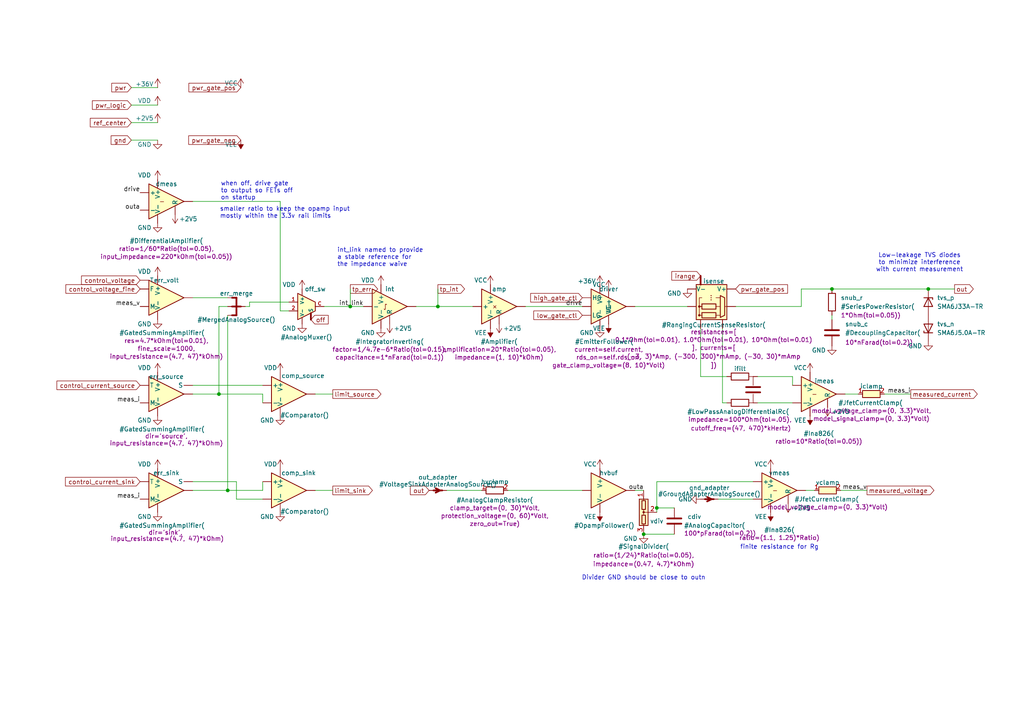
<source format=kicad_sch>
(kicad_sch (version 20231120) (generator "eeschema") (generator_version "8.0")
  (paper "A4")
  (lib_symbols
    (symbol "D_Zener_1" (pin_numbers hide) (pin_names (offset 1.016) hide)
      (property "Reference" "D" (at 0 2.54 0))
      (property "Value" "D_Zener" (at 0 -2.54 0))
      (symbol "D_Zener_1_0_1"
        (polyline (pts (xy 1.27 0) (xy -1.27 0)))
        (polyline (pts (xy -1.27 -1.27) (xy -1.27 1.27) (xy -0.762 1.27)) (stroke (width 0.254)))
        (polyline (pts (xy 1.27 -1.27) (xy 1.27 1.27) (xy -1.27 0) (xy 1.27 -1.27)) (stroke (width 0.254)))
      )
      (symbol "D_Zener_1_1_1"
        (pin passive line (at -3.81 0 0) (length 2.54) (name "K") (number "1"))
        (pin passive line (at 3.81 0 180) (length 2.54) (name "A") (number "2"))
      )
    )
    (symbol "Device:C" (pin_numbers hide) (pin_names (offset 0.254))
      (property "Reference" "C" (at 0.635 2.54 0))
      (property "Value" "C" (at 0.635 -2.54 0))
      (symbol "C_0_1"
        (polyline (pts (xy -2.032 -0.762) (xy 2.032 -0.762)) (stroke (width 0.508)))
        (polyline (pts (xy -2.032 0.762) (xy 2.032 0.762)) (stroke (width 0.508)))
      )
      (symbol "C_1_1"
        (pin passive line (at 0 3.81 270) (length 2.794) (name "~") (number "1"))
        (pin passive line (at 0 -3.81 90) (length 2.794) (name "~") (number "2"))
      )
    )
    (symbol "Device:R" (pin_names (offset 0))
      (property "Reference" "R" (at 2.032 0 90))
      (property "Value" "R" (at 0 0 90))
      (symbol "R_0_1"
        (rectangle (start -1.016 -2.54) (end 1.016 2.54) (stroke (width 0.254)))
      )
      (symbol "R_1_1"
        (pin passive line (at 0 3.81 270) (length 1.27) (name "~") (number "1"))
        (pin passive line (at 0 -3.81 90) (length 1.27) (name "~") (number "2"))
      )
    )
    (symbol "Device:VoltageDivider" (pin_names (offset 0) hide)
      (property "Reference" "RN" (at -4.445 0 90))
      (property "Value" "VoltageDivider" (at -2.54 0 90))
      (symbol "VoltageDivider_0_1"
        (rectangle (start -1.27 -3.81) (end 1.27 3.81) (stroke (width 0.254)) (fill (type background)))
        (rectangle (start -0.508 -3.3782) (end 0.508 -0.8382) (stroke (width 0.254)))
        (rectangle (start -0.508 3.3782) (end 0.508 0.8382) (stroke (width 0.254)))
        (polyline (pts (xy 0 -5.08) (xy 0 -3.429)))
        (polyline (pts (xy 0 0.889) (xy 0 -0.889)))
        (polyline (pts (xy 0 5.08) (xy 0 3.3782)))
        (polyline (pts (xy 1.27 0) (xy 0 0)))
        (circle (center 0 0.0254) (radius 0.254) (fill (type outline)))
      )
      (symbol "VoltageDivider_1_1"
        (pin passive line (at 0 6.35 270) (length 2.54) (name "~") (number "1"))
        (pin passive line (at 3.81 0 180) (length 2.54) (name "~") (number "2"))
        (pin passive line (at 0 -6.35 90) (length 2.54) (name "~") (number "3"))
      )
    )
    (symbol "Follower_1" (pin_numbers hide) (pin_names (offset 0.254))
      (property "Reference" "driver" (at 0 5.08 0))
      (property "Value" "#EmitterFollower(" (at -1.27 -10.16 0))
      (property "Value2" "current=self.current," (at 0 -12.446 0))
      (property "Value3" "rds_on=self.rds_on)" (at 0 -14.732 0))
      (symbol "Follower_1_0_1"
        (polyline (pts (xy 5.08 0) (xy -5.08 5.08) (xy -5.08 -5.08) (xy 5.08 0)) (stroke (width 0.254)) (fill (type background)))
      )
      (symbol "Follower_1_1_1"
        (pin input line (at -7.62 0 0) (length 2.54) (name "") (number "1"))
        (pin output line (at 7.62 0 180) (length 2.54) (name "~") (number "3"))
        (pin power_in line (at -2.54 6.35 270) (length 2.54) (name "V+") (number "4"))
        (pin power_in line (at -2.54 -6.35 90) (length 2.54) (name "V-") (number "5"))
        (pin input line (at -7.62 2.54 0) (length 2.54) (name "HG") (number "6"))
        (pin input line (at -7.62 -2.54 0) (length 2.54) (name "LG") (number "7"))
        (pin power_in line (at 0 5.08 270) (length 2.54) (name "VG+") (number "8"))
        (pin power_in line (at 0 -5.08 90) (length 2.54) (name "VG-") (number "9"))
      )
    )
    (symbol "Opamp_1" (pin_numbers hide) (pin_names (offset 0.254))
      (property "Reference" "err_volt" (at 0 5.08 0))
      (property "Value" "#GatedSummingAmplifier(res=4.7*kOhm(tol=0.01), **err_volt)" (at -1.27 -10.16 0))
      (symbol "Opamp_1_0_1"
        (polyline (pts (xy 5.08 0) (xy -5.08 5.08) (xy -5.08 -5.08) (xy 5.08 0)) (stroke (width 0.254)) (fill (type background)))
      )
      (symbol "Opamp_1_1_1"
        (pin input line (at -7.62 2.54 0) (length 2.54) (name "F") (number "0"))
        (pin input line (at -7.62 5.08 0) (length 2.54) (name "T") (number "1"))
        (pin input line (at -7.62 -2.54 0) (length 2.54) (name "M") (number "2"))
        (pin output line (at 7.62 0 180) (length 2.54) (name "~") (number "3"))
        (pin power_in line (at -2.54 6.35 270) (length 2.54) (name "V+") (number "4"))
        (pin power_in line (at -2.54 -6.35 90) (length 2.54) (name "V-") (number "5"))
      )
    )
    (symbol "Opamp_2" (pin_numbers hide) (pin_names (offset 0.254))
      (property "Reference" "err_source" (at 0 5.08 0))
      (property "Value" "#GatedSummingAmplifier(dir='source', **err_current)" (at -1.27 -10.16 0))
      (symbol "Opamp_2_0_1"
        (polyline (pts (xy 5.08 0) (xy -5.08 5.08) (xy -5.08 -5.08) (xy 5.08 0)) (stroke (width 0.254)) (fill (type background)))
      )
      (symbol "Opamp_2_1_1"
        (pin input line (at -7.62 2.54 0) (length 2.54) (name "T") (number "1"))
        (pin input line (at -7.62 -2.54 0) (length 2.54) (name "M") (number "2"))
        (pin output line (at 7.62 0 180) (length 2.54) (name "~") (number "3"))
        (pin power_in line (at -2.54 6.35 270) (length 2.54) (name "V+") (number "4"))
        (pin power_in line (at -2.54 -6.35 90) (length 2.54) (name "V-") (number "5"))
        (pin output line (at 7.62 2.54 180) (length 2.54) (name "S") (number "7"))
      )
    )
    (symbol "Opamp_3" (pin_numbers hide) (pin_names (offset 0.254))
      (property "Reference" "err_sink" (at 0 5.08 0))
      (property "Value" "#GatedSummingAmplifier(dir='sink', **err_current)" (at -1.27 -10.16 0))
      (symbol "Opamp_3_0_1"
        (polyline (pts (xy 5.08 0) (xy -5.08 5.08) (xy -5.08 -5.08) (xy 5.08 0)) (stroke (width 0.254)) (fill (type background)))
      )
      (symbol "Opamp_3_1_1"
        (pin input line (at -7.62 2.54 0) (length 2.54) (name "T") (number "1"))
        (pin input line (at -7.62 -2.54 0) (length 2.54) (name "M") (number "2"))
        (pin output line (at 7.62 0 180) (length 2.54) (name "~") (number "3"))
        (pin power_in line (at -2.54 6.35 270) (length 2.54) (name "V+") (number "4"))
        (pin power_in line (at -2.54 -6.35 90) (length 2.54) (name "V-") (number "5"))
        (pin output line (at 7.62 2.54 180) (length 2.54) (name "S") (number "7"))
      )
    )
    (symbol "Opamp_4" (pin_numbers hide) (pin_names (offset 0.254))
      (property "Reference" "U" (at 3.81 3.175 0))
      (symbol "Opamp_4_0_1"
        (polyline (pts (xy 5.08 0) (xy -5.08 5.08) (xy -5.08 -5.08) (xy 5.08 0)) (stroke (width 0.254)) (fill (type background)))
      )
      (symbol "Opamp_4_1_1"
        (pin input line (at -7.62 2.54 0) (length 2.54) (name "+") (number "1"))
        (pin input line (at -7.62 -2.54 0) (length 2.54) (name "-") (number "2"))
        (pin output line (at 7.62 0 180) (length 2.54) (name "~") (number "3"))
        (pin power_in line (at -2.54 6.35 270) (length 2.54) (name "V+") (number "4"))
        (pin power_in line (at -2.54 -6.35 90) (length 2.54) (name "V-") (number "5"))
      )
    )
    (symbol "R_1" (pin_numbers hide) (pin_names (offset 0))
      (property "Reference" "R" (at 2.032 0 90))
      (property "Value" "R" (at 0 0 90))
      (symbol "R_1_0_1"
        (rectangle (start -1.016 -2.54) (end 1.016 2.54) (stroke (width 0.254)))
      )
      (symbol "R_1_1_1"
        (pin passive line (at 0 3.81 270) (length 1.27) (name "~") (number "1"))
        (pin passive line (at 0 -3.81 90) (length 1.27) (name "~") (number "2"))
      )
    )
    (symbol "edg_importable:Adapter" (pin_numbers hide) (pin_names (offset 0) hide)
      (property "Reference" "NT" (at 0 2.54 0))
      (property "Value" "Adapter" (at 0 -2.54 0))
      (symbol "Adapter_0_1"
        (polyline (pts (xy -1.27 0) (xy 1.27 0)) (stroke (width 0.508)))
        (polyline (pts (xy -0.635 0.635) (xy 0.635 0) (xy -0.635 -0.635)) (stroke (width 0.508)))
      )
      (symbol "Adapter_1_1"
        (pin passive line (at -2.54 0 0) (length 2.54) (name "~") (number "1"))
        (pin passive line (at 2.54 0 180) (length 2.54) (name "") (number "2"))
      )
    )
    (symbol "edg_importable:Amplifier" (pin_numbers hide) (pin_names (offset 0.254))
      (property "Reference" "U" (at 3.81 3.175 0))
      (symbol "Amplifier_0_0"
        (text "×" (at -1.27 0 0) (effects (font (size 1.27 1.27))))
      )
      (symbol "Amplifier_0_1"
        (polyline (pts (xy 5.08 0) (xy -5.08 5.08) (xy -5.08 -5.08) (xy 5.08 0)) (stroke (width 0.254)) (fill (type background)))
      )
      (symbol "Amplifier_1_1"
        (pin input line (at -7.62 0 0) (length 2.54) (name "+") (number "1"))
        (pin input line (at 0 -5.08 90) (length 2.54) (name "R") (number "2"))
        (pin output line (at 7.62 0 180) (length 2.54) (name "~") (number "3"))
        (pin power_in line (at -2.54 6.35 270) (length 2.54) (name "V+") (number "4"))
        (pin power_in line (at -2.54 -6.35 90) (length 2.54) (name "V-") (number "5"))
      )
    )
    (symbol "edg_importable:CurrentSenseResistorMux" (pin_numbers hide) (pin_names (offset 0.002))
      (property "Reference" "isense" (at -7.62 -5.08 90))
      (property "Value" "#RangingCurrentSenseResistor(**isense)" (at 6.35 -20.32 90))
      (symbol "CurrentSenseResistorMux_0_0"
        (text "..." (at -1.27 -1.27 0) (effects (font (size 1.27 1.27))))
      )
      (symbol "CurrentSenseResistorMux_0_1"
        (rectangle (start -5.08 3.81) (end 5.08 -5.08) (stroke (width 0.254)) (fill (type background)))
        (polyline (pts (xy -5.08 -3.81) (xy -7.62 -3.81)) (stroke (width 0.5)))
        (polyline (pts (xy -1.27 0.635) (xy -1.27 1.905)))
        (polyline (pts (xy 1.27 0.635) (xy 1.27 1.905)))
        (polyline (pts (xy 1.27 3.81) (xy 1.27 3.175)))
        (polyline (pts (xy 3.81 0.635) (xy 3.81 1.905)))
        (polyline (pts (xy 1.27 -3.429) (xy 1.27 -4.191) (xy -1.27 -4.191) (xy -1.27 -3.429)))
        (polyline (pts (xy 3.81 -3.429) (xy 3.81 -4.191) (xy 1.27 -4.191) (xy 1.27 -3.429)))
        (polyline (pts (xy 3.81 3.175) (xy -1.27 3.175) (xy -1.905 1.905) (xy 4.445 1.905) (xy 3.81 3.175)) (stroke (width 0.254)))
        (circle (center 1.27 -4.191) (radius 0.254) (fill (type outline)))
        (rectangle (start 2.032 -3.429) (end 0.508 0.635) (stroke (width 0.254)))
        (circle (center 3.81 -4.191) (radius 0.254) (fill (type outline)))
        (rectangle (start 4.572 -3.429) (end 3.048 0.635) (stroke (width 0.254)))
      )
      (symbol "CurrentSenseResistorMux_1_1"
        (pin passive line (at -3.81 6.35 270) (length 2.54) (name "V+") (number ""))
        (pin passive line (at -3.81 -7.62 90) (length 2.54) (name "V-") (number ""))
        (pin passive line (at 1.27 6.35 270) (length 2.54) (name "") (number "com"))
        (pin passive line (at -7.62 -3.81 0) (length 2.54) (name "") (number "control"))
        (pin passive line (at 7.62 2.54 180) (length 2.54) (name "") (number "sen_com"))
        (pin passive line (at 7.62 -3.81 180) (length 2.54) (name "") (number "sen_sw"))
        (pin passive line (at 1.27 -7.62 90) (length 2.54) (name "") (number "sw"))
      )
    )
    (symbol "edg_importable:DifferentialAmplifier" (pin_numbers hide) (pin_names (offset 0.254))
      (property "Reference" "U" (at 3.81 3.175 0))
      (symbol "DifferentialAmplifier_0_0"
        (text "-" (at -1.27 0 0) (effects (font (size 1.27 1.27))))
      )
      (symbol "DifferentialAmplifier_0_1"
        (polyline (pts (xy 5.08 0) (xy -5.08 5.08) (xy -5.08 -5.08) (xy 5.08 0)) (stroke (width 0.254)) (fill (type background)))
      )
      (symbol "DifferentialAmplifier_1_1"
        (pin input line (at -7.62 2.54 0) (length 2.54) (name "+") (number "1"))
        (pin input line (at -7.62 -2.54 0) (length 2.54) (name "-") (number "2"))
        (pin output line (at 7.62 0 180) (length 2.54) (name "~") (number "3"))
        (pin power_in line (at -2.54 6.35 270) (length 2.54) (name "V+") (number "4"))
        (pin power_in line (at -2.54 -6.35 90) (length 2.54) (name "V-") (number "5"))
        (pin input line (at 2.54 -3.81 90) (length 2.54) (name "R") (number "6"))
      )
    )
    (symbol "edg_importable:DifferentialRC" (pin_numbers hide) (pin_names (offset 0))
      (property "Reference" "R" (at 0 -8.128 0))
      (property "Value" "DifferentialRC" (at 0 -6.096 0))
      (symbol "DifferentialRC_0_0"
        (polyline (pts (xy 2.54 3.81) (xy 3.81 3.81)))
        (polyline (pts (xy 3.81 -3.81) (xy 2.54 -3.81)))
      )
      (symbol "DifferentialRC_0_1"
        (polyline (pts (xy 1.778 -0.762) (xy 5.842 -0.762)) (stroke (width 0.508)))
        (polyline (pts (xy 1.778 0.762) (xy 5.842 0.762)) (stroke (width 0.508)))
        (rectangle (start 2.54 -4.826) (end -2.54 -2.794) (stroke (width 0.254)))
        (rectangle (start 2.54 2.794) (end -2.54 4.826) (stroke (width 0.254)))
      )
      (symbol "DifferentialRC_1_1"
        (polyline (pts (xy 3.81 -1.27) (xy 3.81 -3.81)))
        (polyline (pts (xy 3.81 3.81) (xy 3.81 1.27)))
        (pin passive line (at -3.81 3.81 0) (length 1.27) (name "~") (number "1"))
        (pin passive line (at -3.81 -3.81 0) (length 1.27) (name "~") (number "2"))
        (pin passive line (at 5.08 3.81 180) (length 1.27) (name "~") (number "3"))
        (pin passive line (at 5.08 -3.81 180) (length 1.27) (name "~") (number "4"))
      )
    )
    (symbol "edg_importable:Follower" (pin_numbers hide) (pin_names (offset 0.254))
      (property "Reference" "U" (at 3.81 3.175 0))
      (symbol "Follower_0_1"
        (polyline (pts (xy 5.08 0) (xy -5.08 5.08) (xy -5.08 -5.08) (xy 5.08 0)) (stroke (width 0.254)) (fill (type background)))
      )
      (symbol "Follower_1_1"
        (pin input line (at -7.62 0 0) (length 2.54) (name "") (number "1"))
        (pin output line (at 7.62 0 180) (length 2.54) (name "~") (number "3"))
        (pin power_in line (at -2.54 6.35 270) (length 2.54) (name "V+") (number "4"))
        (pin power_in line (at -2.54 -6.35 90) (length 2.54) (name "V-") (number "5"))
      )
    )
    (symbol "edg_importable:IntegratorInverting" (pin_numbers hide) (pin_names (offset 0.254))
      (property "Reference" "U" (at 3.81 3.175 0))
      (symbol "IntegratorInverting_0_0"
        (text "∫" (at -1.27 0 0) (effects (font (size 1.27 1.27))))
      )
      (symbol "IntegratorInverting_0_1"
        (polyline (pts (xy 5.08 0) (xy -5.08 5.08) (xy -5.08 -5.08) (xy 5.08 0)) (stroke (width 0.254)) (fill (type background)))
      )
      (symbol "IntegratorInverting_1_1"
        (pin input line (at -7.62 0 0) (length 2.54) (name "-") (number "1"))
        (pin input line (at 0 -5.08 90) (length 2.54) (name "R") (number "2"))
        (pin output line (at 7.62 0 180) (length 2.54) (name "~") (number "3"))
        (pin power_in line (at -2.54 6.35 270) (length 2.54) (name "V+") (number "4"))
        (pin power_in line (at -2.54 -6.35 90) (length 2.54) (name "V-") (number "5"))
      )
    )
    (symbol "edg_importable:Merge3" (pin_numbers hide) (pin_names (offset 0) hide)
      (property "Reference" "NT" (at 0 3.81 0))
      (property "Value" "Merge3" (at 0 -3.81 0))
      (symbol "Merge3_0_1"
        (polyline (pts (xy -1.27 -2.54) (xy 0 -2.54)) (stroke (width 0.508)))
        (polyline (pts (xy -1.27 0) (xy 1.27 0)) (stroke (width 0.508)))
        (polyline (pts (xy -1.27 2.54) (xy 0 2.54)) (stroke (width 0.508)))
        (polyline (pts (xy 0 -2.54) (xy 0 2.54)) (stroke (width 0.508)))
      )
      (symbol "Merge3_1_1"
        (pin passive line (at 2.54 0 180) (length 2.54) (name "") (number "0"))
        (pin passive line (at -2.54 2.54 0) (length 2.54) (name "~") (number "1"))
        (pin passive line (at -2.54 0 0) (length 2.54) (name "~") (number "2"))
        (pin passive line (at -2.54 -2.54 0) (length 2.54) (name "~") (number "3"))
      )
    )
    (symbol "edg_importable:Mux2" (pin_names (offset 0.254))
      (property "Reference" "U" (at -2.54 2.54 0))
      (property "Value" "Mux2" (at -5.08 -2.54 0))
      (symbol "Mux2_0_1"
        (polyline (pts (xy -1.27 -1.905) (xy -1.27 -3.81)) (stroke (width 0.5)))
        (polyline (pts (xy -2.54 1.27) (xy -2.54 -1.27) (xy 2.54 -3.81) (xy 2.54 0.635) (xy 2.54 1.27) (xy 2.54 1.905) (xy 2.54 3.81) (xy -2.54 1.27)) (stroke (width 0.254)) (fill (type background)))
      )
      (symbol "Mux2_1_1"
        (pin input line (at -1.27 -3.81 90) (length 1.905) (name "S") (number ""))
        (pin input line (at 1.27 5.08 270) (length 1.905) (name "V+") (number ""))
        (pin input line (at 1.27 -5.08 90) (length 1.905) (name "V-") (number ""))
        (pin passive line (at 5.08 1.27 180) (length 2.54) (name "~") (number "1"))
        (pin passive line (at 5.08 -1.27 180) (length 2.54) (name "~") (number "2"))
        (pin passive line (at -5.08 0 0) (length 2.54) (name "~") (number "C"))
      )
    )
    (symbol "edg_importable:Unk2" (pin_names (offset 0))
      (property "Reference" "U" (at 2.032 0 90))
      (property "Value" "Unk" (at 0 0 90))
      (symbol "Unk2_1_1"
        (rectangle (start -1.016 2.54) (end 1.016 -2.54) (stroke (width 0.254)) (fill (type background)))
        (pin passive line (at 0 3.81 270) (length 1.27) (name "~") (number "1"))
        (pin passive line (at 0 -3.81 90) (length 1.27) (name "~") (number "2"))
      )
    )
    (symbol "power:+2V5" (power) (pin_names (offset 0))
      (property "Value" "+2V5" (at 0 3.556 0))
      (symbol "+2V5_0_1"
        (polyline (pts (xy -0.762 1.27) (xy 0 2.54)))
        (polyline (pts (xy 0 0) (xy 0 2.54)))
        (polyline (pts (xy 0 2.54) (xy 0.762 1.27)))
      )
      (symbol "+2V5_1_1"
        (pin power_in line (at 0 0 90) (length 0) hide (name "+2V5") (number "1"))
      )
    )
    (symbol "power:+36V" (power) (pin_numbers hide) (pin_names (offset 0) hide)
      (property "Value" "+36V" (at 0 3.556 0))
      (symbol "+36V_0_1"
        (polyline (pts (xy -0.762 1.27) (xy 0 2.54)))
        (polyline (pts (xy 0 0) (xy 0 2.54)))
        (polyline (pts (xy 0 2.54) (xy 0.762 1.27)))
      )
      (symbol "+36V_1_1"
        (pin power_in line (at 0 0 90) (length 0) (name "~") (number "1"))
      )
    )
    (symbol "power:GND" (power) (pin_names (offset 0))
      (property "Value" "GND" (at 0 -3.81 0))
      (symbol "GND_0_1"
        (polyline (pts (xy 0 0) (xy 0 -1.27) (xy 1.27 -1.27) (xy 0 -2.54) (xy -1.27 -1.27) (xy 0 -1.27)))
      )
      (symbol "GND_1_1"
        (pin power_in line (at 0 0 270) (length 0) hide (name "GND") (number "1"))
      )
    )
    (symbol "power:VCC" (power) (pin_names (offset 0))
      (property "Value" "VCC" (at 0 3.81 0))
      (symbol "VCC_0_1"
        (polyline (pts (xy -0.762 1.27) (xy 0 2.54)))
        (polyline (pts (xy 0 0) (xy 0 2.54)))
        (polyline (pts (xy 0 2.54) (xy 0.762 1.27)))
      )
      (symbol "VCC_1_1"
        (pin power_in line (at 0 0 90) (length 0) hide (name "VCC") (number "1"))
      )
    )
    (symbol "power:VDD" (power) (pin_names (offset 0))
      (property "Value" "VDD" (at 0 3.81 0))
      (symbol "VDD_0_1"
        (polyline (pts (xy -0.762 1.27) (xy 0 2.54)))
        (polyline (pts (xy 0 0) (xy 0 2.54)))
        (polyline (pts (xy 0 2.54) (xy 0.762 1.27)))
      )
      (symbol "VDD_1_1"
        (pin power_in line (at 0 0 90) (length 0) hide (name "VDD") (number "1"))
      )
    )
    (symbol "power:VEE" (power) (pin_numbers hide) (pin_names (offset 0) hide)
      (property "Value" "VEE" (at 0 3.556 0))
      (symbol "VEE_0_1"
        (polyline (pts (xy 0 0) (xy 0 2.54)))
        (polyline (pts (xy 0.762 1.27) (xy -0.762 1.27) (xy 0 2.54) (xy 0.762 1.27)) (fill (type outline)))
      )
      (symbol "VEE_1_1"
        (pin power_in line (at 0 0 90) (length 0) (name "~") (number "1"))
      )
    )
  )
  (junction (at 186.69 154.94))
  (junction (at 269.24 83.82))
  (junction (at 241.3 83.82))
  (junction (at 127 88.9))
  (junction (at 190.5 147.32))
  (junction (at 66.04 142.24))
  (junction (at 63.5 114.3))
  (junction (at 101.6 88.9))
  (wire (pts (xy 93.98 88.9) (xy 101.6 88.9)))
  (wire (pts (xy 63.5 88.9) (xy 66.04 88.9)))
  (wire (pts (xy 120.65 88.9) (xy 127 88.9)))
  (wire (pts (xy 76.2 142.24) (xy 76.2 139.7)))
  (wire (pts (xy 81.28 58.42) (xy 81.28 90.17)))
  (wire (pts (xy 269.24 83.82) (xy 276.86 83.82)))
  (wire (pts (xy 186.69 154.94) (xy 195.58 154.94)))
  (wire (pts (xy 147.32 142.24) (xy 168.91 142.24)))
  (wire (pts (xy 232.41 83.82) (xy 232.41 88.9)))
  (wire (pts (xy 208.28 144.78) (xy 218.44 144.78)))
  (wire (pts (xy 243.84 142.24) (xy 251.46 142.24)))
  (wire (pts (xy 229.87 109.22) (xy 229.87 111.76)))
  (wire (pts (xy 129.54 142.24) (xy 139.7 142.24)))
  (wire (pts (xy 55.88 139.7) (xy 68.58 139.7)))
  (wire (pts (xy 209.55 116.84) (xy 210.82 116.84)))
  (wire (pts (xy 71.12 88.9) (xy 72.39 88.9)))
  (wire (pts (xy 68.58 144.78) (xy 76.2 144.78)))
  (wire (pts (xy 68.58 139.7) (xy 68.58 144.78)))
  (wire (pts (xy 66.04 91.44) (xy 66.04 142.24)))
  (wire (pts (xy 83.82 87.63) (xy 72.39 87.63)))
  (wire (pts (xy 184.15 142.24) (xy 186.69 142.24)))
  (wire (pts (xy 209.55 95.25) (xy 209.55 116.84)))
  (wire (pts (xy 190.5 147.32) (xy 190.5 139.7)))
  (wire (pts (xy 241.3 83.82) (xy 269.24 83.82)))
  (wire (pts (xy 152.4 88.9) (xy 168.91 88.9)))
  (wire (pts (xy 232.41 88.9) (xy 213.36 88.9)))
  (wire (pts (xy 55.88 86.36) (xy 66.04 86.36)))
  (wire (pts (xy 203.2 109.22) (xy 210.82 109.22)))
  (wire (pts (xy 96.52 142.24) (xy 91.44 142.24)))
  (wire (pts (xy 81.28 90.17) (xy 83.82 90.17)))
  (wire (pts (xy 127 88.9) (xy 137.16 88.9)))
  (wire (pts (xy 190.5 148.59) (xy 190.5 147.32)))
  (wire (pts (xy 55.88 58.42) (xy 81.28 58.42)))
  (wire (pts (xy 241.3 83.82) (xy 232.41 83.82)))
  (wire (pts (xy 199.39 88.9) (xy 184.15 88.9)))
  (wire (pts (xy 38.1 25.4) (xy 45.72 25.4)))
  (wire (pts (xy 76.2 114.3) (xy 76.2 116.84)))
  (wire (pts (xy 38.1 40.64) (xy 45.72 40.64)))
  (wire (pts (xy 38.1 35.56) (xy 45.72 35.56)))
  (wire (pts (xy 190.5 139.7) (xy 218.44 139.7)))
  (wire (pts (xy 55.88 111.76) (xy 76.2 111.76)))
  (wire (pts (xy 229.87 109.22) (xy 219.71 109.22)))
  (wire (pts (xy 245.11 114.3) (xy 248.92 114.3)))
  (wire (pts (xy 233.68 142.24) (xy 236.22 142.24)))
  (wire (pts (xy 203.2 95.25) (xy 203.2 109.22)))
  (wire (pts (xy 96.52 114.3) (xy 91.44 114.3)))
  (wire (pts (xy 63.5 114.3) (xy 55.88 114.3)))
  (wire (pts (xy 66.04 142.24) (xy 76.2 142.24)))
  (wire (pts (xy 101.6 88.9) (xy 105.41 88.9)))
  (wire (pts (xy 38.1 30.48) (xy 45.72 30.48)))
  (wire (pts (xy 101.6 83.82) (xy 101.6 88.9)))
  (wire (pts (xy 127 83.82) (xy 127 88.9)))
  (wire (pts (xy 63.5 114.3) (xy 76.2 114.3)))
  (wire (pts (xy 241.3 91.44) (xy 241.3 92.71)))
  (wire (pts (xy 190.5 147.32) (xy 195.58 147.32)))
  (wire (pts (xy 72.39 87.63) (xy 72.39 88.9)))
  (wire (pts (xy 55.88 142.24) (xy 66.04 142.24)))
  (wire (pts (xy 63.5 114.3) (xy 63.5 88.9)))
  (wire (pts (xy 219.71 116.84) (xy 229.87 116.84)))
  (wire (pts (xy 256.54 114.3) (xy 264.16 114.3)))
  (text "smaller ratio to keep the opamp input\nmostly within the 3.3v rail limits" (at 63.754 63.5 0) (effects (font (size 1.27 1.27)) (justify left bottom)))
  (text "Divider GND should be close to outn" (at 186.69 167.64 0) (effects (font (size 1.27 1.27))))
  (text "when off, drive gate\nto output so FETs off\non startup" (at 64.008 58.166 0) (effects (font (size 1.27 1.27)) (justify left bottom)))
  (text "int_link named to provide\na stable reference for\nthe impedance waive" (at 97.79 77.47 0) (effects (font (size 1.27 1.27)) (justify left bottom)))
  (text "Low-leakage TVS diodes\nto minimize interference\nwith current measurement" (at 266.7 76.2 0) (effects (font (size 1.27 1.27))))
  (text "finite resistance for Rg" (at 226.06 158.75 0) (effects (font (size 1.27 1.27))))
  (label "outa" (at 186.69 142.24 180))
  (label "int_link" (at 105.41 88.9 180))
  (label "outa" (at 40.64 60.96 180))
  (label "meas_v" (at 251.46 142.24 180))
  (label "meas_v" (at 40.64 88.9 180))
  (label "drive" (at 168.91 88.9 180))
  (label "meas_i" (at 40.64 116.84 180))
  (label "drive" (at 40.64 55.88 180))
  (label "meas_i" (at 264.16 114.3 180))
  (label "meas_i" (at 40.64 144.78 180))
  (global_label "ref_center" (shape input) (at 38.1 35.56 180) (property "Intersheetrefs" "${INTERSHEET_REFS}" (effects (hide yes))))
  (global_label "out" (shape input) (at 124.46 142.24 180) (property "Intersheetrefs" "${INTERSHEET_REFS}" (effects (hide yes))))
  (global_label "gnd" (shape input) (at 38.1 40.64 180) (property "Intersheetrefs" "${INTERSHEET_REFS}" (effects (hide yes))))
  (global_label "control_current_sink" (shape input) (at 40.64 139.7 180) (property "Intersheetrefs" "${INTERSHEET_REFS}" (effects (hide yes))))
  (global_label "tp_err" (shape output) (at 101.6 83.82 0) (property "Intersheetrefs" "${INTERSHEET_REFS}" (effects (hide yes))))
  (global_label "control_voltage_fine" (shape input) (at 40.64 83.82 180) (property "Intersheetrefs" "${INTERSHEET_REFS}" (effects (hide yes))))
  (global_label "irange" (shape input) (at 203.2 80.01 180) (property "Intersheetrefs" "${INTERSHEET_REFS}" (effects (hide yes))))
  (global_label "out" (shape output) (at 276.86 83.82 0) (property "Intersheetrefs" "${INTERSHEET_REFS}" (effects (hide yes))))
  (global_label "control_voltage" (shape input) (at 40.64 81.28 180) (property "Intersheetrefs" "${INTERSHEET_REFS}" (effects (hide yes))))
  (global_label "limit_source" (shape output) (at 96.52 114.3 0) (property "Intersheetrefs" "${INTERSHEET_REFS}" (effects (hide yes))))
  (global_label "high_gate_ctl" (shape input) (at 168.91 86.36 180) (property "Intersheetrefs" "${INTERSHEET_REFS}" (effects (hide yes))))
  (global_label "limit_sink" (shape output) (at 96.52 142.24 0) (property "Intersheetrefs" "${INTERSHEET_REFS}" (effects (hide yes))))
  (global_label "pwr_logic" (shape input) (at 38.1 30.48 180) (property "Intersheetrefs" "${INTERSHEET_REFS}" (effects (hide yes))))
  (global_label "pwr_gate_pos" (shape input) (at 69.85 25.4 180) (property "Intersheetrefs" "${INTERSHEET_REFS}" (effects (hide yes))))
  (global_label "tp_int" (shape output) (at 127 83.82 0) (property "Intersheetrefs" "${INTERSHEET_REFS}" (effects (hide yes))))
  (global_label "low_gate_ctl" (shape input) (at 168.91 91.44 180) (property "Intersheetrefs" "${INTERSHEET_REFS}" (effects (hide yes))))
  (global_label "pwr_gate_pos" (shape input) (at 213.36 83.82 0) (property "Intersheetrefs" "${INTERSHEET_REFS}" (effects (hide yes))))
  (global_label "control_current_source" (shape input) (at 40.64 111.76 180) (property "Intersheetrefs" "${INTERSHEET_REFS}" (effects (hide yes))))
  (global_label "pwr_gate_neg" (shape input) (at 69.85 40.64 180) (property "Intersheetrefs" "${INTERSHEET_REFS}" (effects (hide yes))))
  (global_label "off" (shape input) (at 90.17 92.71 0) (property "Intersheetrefs" "${INTERSHEET_REFS}" (effects (hide yes))))
  (global_label "measured_voltage" (shape output) (at 251.46 142.24 0) (property "Intersheetrefs" "${INTERSHEET_REFS}" (effects (hide yes))))
  (global_label "pwr" (shape input) (at 38.1 25.4 180) (property "Intersheetrefs" "${INTERSHEET_REFS}" (effects (hide yes))))
  (global_label "measured_current" (shape output) (at 264.16 114.3 0) (property "Intersheetrefs" "${INTERSHEET_REFS}" (effects (hide yes))))
  (symbol (lib_id "power:VDD") (at 45.72 30.48 0) (unit 1)
    (property "Reference" "#PWR?" (effects (hide yes)))
    (property "Value" "VDD" (at 41.91 29.21 0))
  )
  (symbol (lib_id "power:VEE") (at 69.85 40.64 180) (unit 1)
    (property "Reference" "#PWR024" (effects (hide yes)))
    (property "Value" "VEE" (at 67.056 41.91 0))
    (property "Description" "Power symbol creates a global label with name \"VEE\"" (effects (hide yes)))
  )
  (symbol (lib_id "edg_importable:DifferentialAmplifier") (at 48.26 58.42 0) (unit 1)
    (property "Reference" "dmeas" (at 48.26 53.34 0))
    (property "Value" "#DifferentialAmplifier(" (at 48.26 69.85 0))
    (property "Value2" "ratio=1/60*Ratio(tol=0.05)," (at 48.26 72.136 0))
    (property "Value3" "input_impedance=220*kOhm(tol=0.05))" (at 48.26 74.422 0))
  )
  (symbol (lib_id "power:VDD") (at 87.63 83.82 0) (unit 1)
    (property "Reference" "#PWR04" (effects (hide yes)))
    (property "Value" "VDD" (at 83.82 82.55 0))
  )
  (symbol (lib_id "edg_importable:DifferentialAmplifier") (at 226.06 142.24 0) (unit 1)
    (property "Reference" "vmeas" (at 226.06 137.16 0))
    (property "Value" "#Ina826(" (at 226.06 153.67 0))
    (property "Value2" "ratio=(1.1, 1.25)*Ratio)" (at 226.06 155.956 0))
  )
  (symbol (lib_id "power:+2V5") (at 228.6 146.05 180) (unit 1)
    (property "Reference" "#PWR?" (effects (hide yes)))
    (property "Value" "+2V5" (at 232.41 147.32 0))
  )
  (symbol (lib_name "D_Zener_1") (lib_id "Device:D_Zener") (at 269.24 95.25 90) (unit 1)
    (property "Reference" "tvs_n" (at 271.78 93.9799 90) (effects (justify right)))
    (property "Value" "SMA6J5.0A-TR" (at 271.78 96.5199 90) (effects (justify right)))
    (property "Footprint" "Diode_SMD:D_SMA" (effects (hide yes)))
    (property "edg_blackbox" "KiCadJlcBlackbox" (effects (hide yes)))
    (property "JLCPCB Part #" "C2802054" (effects (hide yes)))
    (property "Refdes Prefix" "D" (effects (hide yes)))
  )
  (symbol (lib_id "power:VDD") (at 45.72 80.01 0) (unit 1)
    (property "Reference" "#PWR?" (effects (hide yes)))
    (property "Value" "VDD" (at 41.91 78.74 0))
  )
  (symbol (lib_id "power:VEE") (at 173.99 148.59 180) (unit 1)
    (property "Reference" "#PWR017" (effects (hide yes)))
    (property "Value" "VEE" (at 171.196 149.86 0))
    (property "Description" "Power symbol creates a global label with name \"VEE\"" (effects (hide yes)))
  )
  (symbol (lib_id "power:GND") (at 81.28 120.65 0) (unit 1)
    (property "Reference" "#PWR014" (effects (hide yes)))
    (property "Value" "GND" (at 77.47 121.92 0))
  )
  (symbol (lib_id "Device:R") (at 143.51 142.24 90) (unit 1)
    (property "Reference" "hvclamp" (at 143.51 139.7 90))
    (property "Value" "#AnalogClampResistor(" (at 143.51 145.034 90))
    (property "Value2" "clamp_target=(0, 30)*Volt," (at 143.51 147.32 90))
    (property "Value3" "protection_voltage=(0, 60)*Volt," (at 143.51 149.606 90))
    (property "Value4" "zero_out=True)" (at 143.51 151.892 90))
  )
  (symbol (lib_id "power:+2V5") (at 50.8 62.23 180) (unit 1)
    (property "Reference" "#PWR07" (effects (hide yes)))
    (property "Value" "+2V5" (at 54.61 63.5 0))
  )
  (symbol (lib_id "edg_importable:Follower") (at 176.53 142.24 0) (unit 1)
    (property "Reference" "hvbuf" (at 176.53 137.16 0))
    (property "Value" "#OpampFollower()" (at 175.26 152.4 0))
  )
  (symbol (lib_id "power:VDD") (at 45.72 107.95 0) (unit 1)
    (property "Reference" "#PWR?" (effects (hide yes)))
    (property "Value" "VDD" (at 41.91 106.68 0))
  )
  (symbol (lib_id "power:VDD") (at 81.28 135.89 0) (unit 1)
    (property "Reference" "#PWR015" (effects (hide yes)))
    (property "Value" "VDD" (at 78.486 134.62 0))
  )
  (symbol (lib_id "power:GND") (at 81.28 148.59 0) (unit 1)
    (property "Reference" "#PWR016" (effects (hide yes)))
    (property "Value" "GND" (at 77.47 149.86 0))
  )
  (symbol (lib_id "Device:C") (at 241.3 96.52 0) (unit 1)
    (property "Reference" "snub_c" (at 245.11 93.9799 0) (effects (justify left)))
    (property "Value" "#DecouplingCapacitor(" (at 245.11 96.5199 0) (effects (justify left)))
    (property "Description" "Unpolarized capacitor" (effects (hide yes)))
    (property "Value2" "10*nFarad(tol=0.2))" (at 245.11 99.314 0) (effects (justify left)))
  )
  (symbol (lib_id "edg_importable:IntegratorInverting") (at 113.03 88.9 0) (unit 1)
    (property "Reference" "int" (at 113.03 83.82 0))
    (property "Value" "#IntegratorInverting(" (at 113.03 99.06 0))
    (property "Value2" "factor=1/4.7e-6*Ratio(tol=0.15)," (at 113.03 101.346 0))
    (property "Value3" "capacitance=1*nFarad(tol=0.1))" (at 113.03 103.632 0))
  )
  (symbol (lib_id "power:GND") (at 203.2 144.78 270) (unit 1)
    (property "Reference" "#PWR?" (effects (hide yes)))
    (property "Value" "GND" (at 198.755 144.78 90))
  )
  (symbol (lib_id "power:GND") (at 241.3 100.33 0) (unit 1)
    (property "Reference" "#PWR01" (effects (hide yes)))
    (property "Value" "GND" (at 237.49 101.6 0))
  )
  (symbol (lib_id "edg_importable:Merge3") (at 68.58 88.9 0) (unit 1)
    (property "Reference" "err_merge" (at 68.58 85.09 0))
    (property "Value" "#MergedAnalogSource()" (at 68.58 92.71 0))
  )
  (symbol (lib_name "R_1") (lib_id "Device:R") (at 241.3 87.63 0) (unit 1)
    (property "Reference" "snub_r" (at 243.84 86.3599 0) (effects (justify left)))
    (property "Value" "#SeriesPowerResistor(" (at 243.84 88.8999 0) (effects (justify left)))
    (property "Description" "Resistor" (effects (hide yes)))
    (property "Value2" "1*Ohm(tol=0.05))" (at 243.84 91.44 0) (effects (justify left)))
  )
  (symbol (lib_id "edg_importable:DifferentialRC") (at 214.63 113.03 0) (unit 1)
    (property "Reference" "ifilt" (at 214.63 106.934 0))
    (property "Value" "#LowPassAnalogDifferentialRc(" (at 214.122 119.38 0))
    (property "Value2" "impedance=100*Ohm(tol=.05)," (at 214.63 121.666 0))
    (property "Value3" "cutoff_freq=(47, 470)*kHertz)" (at 214.884 124.206 0))
  )
  (symbol (lib_id "edg_importable:Unk2") (at 252.73 114.3 90) (unit 1)
    (property "Reference" "iclamp" (at 252.73 112.014 90))
    (property "Value" "#JfetCurrentClamp(" (at 252.476 116.84 90))
    (property "Value2" "model_voltage_clamp=(0, 3.3)*Volt," (at 252.73 119.126 90))
    (property "Value3" "model_signal_clamp=(0, 3.3)*Volt)" (at 252.73 121.412 90))
  )
  (symbol (lib_id "edg_importable:Adapter") (at 127 142.24 0) (unit 1)
    (property "Reference" "out_adapter" (at 127 138.43 0))
    (property "Value" "#VoltageSinkAdapterAnalogSource()" (at 127 140.462 0))
  )
  (symbol (lib_id "edg_importable:Mux2") (at 88.9 88.9 0) (mirror y) (unit 1)
    (property "Reference" "off_sw" (at 91.44 83.82 0))
    (property "Value" "#AnalogMuxer()" (at 88.9 97.79 0))
  )
  (symbol (lib_id "edg_importable:Unk2") (at 240.03 142.24 90) (unit 1)
    (property "Reference" "vclamp" (at 240.03 139.954 90))
    (property "Value" "#JfetCurrentClamp(" (at 239.776 144.78 90))
    (property "Value2" "model_voltage_clamp=(0, 3.3)*Volt)" (at 240.03 147.066 90))
  )
  (symbol (lib_id "power:VCC") (at 176.53 83.82 0) (unit 1)
    (property "Reference" "#PWR026" (effects (hide yes)))
    (property "Value" "VCC" (at 173.736 82.55 0))
  )
  (symbol (lib_id "power:VDD") (at 110.49 82.55 0) (unit 1)
    (property "Reference" "#PWR?" (effects (hide yes)))
    (property "Value" "VDD" (at 106.68 81.28 0))
  )
  (symbol (lib_name "Follower_1") (lib_id "edg_importable:Follower") (at 176.53 88.9 0) (unit 1)
    (property "Reference" "driver" (at 176.53 83.82 0))
    (property "Value" "#EmitterFollower(" (at 175.26 99.06 0))
    (property "Value2" "current=self.current," (at 176.53 101.346 0))
    (property "Value3" "rds_on=self.rds_on," (at 176.53 103.632 0))
    (property "Value4" "gate_clamp_voltage=(8, 10)*Volt)" (at 176.53 105.918 0))
  )
  (symbol (lib_id "power:GND") (at 45.72 40.64 0) (unit 1)
    (property "Reference" "#PWR?" (effects (hide yes)))
    (property "Value" "GND" (at 41.91 41.91 0))
  )
  (symbol (lib_id "power:VEE") (at 223.52 148.59 180) (unit 1)
    (property "Reference" "#PWR019" (effects (hide yes)))
    (property "Value" "VEE" (at 220.726 149.86 0))
    (property "Description" "Power symbol creates a global label with name \"VEE\"" (effects (hide yes)))
  )
  (symbol (lib_id "power:VDD") (at 45.72 135.89 0) (unit 1)
    (property "Reference" "#PWR?" (effects (hide yes)))
    (property "Value" "VDD" (at 41.91 134.62 0))
  )
  (symbol (lib_id "power:GND") (at 110.49 95.25 0) (unit 1)
    (property "Reference" "#PWR?" (effects (hide yes)))
    (property "Value" "GND" (at 106.68 96.52 0))
  )
  (symbol (lib_name "Opamp_4") (lib_id "edg_importable:Opamp") (at 83.82 114.3 0) (unit 1)
    (property "Reference" "comp_source" (at 87.884 108.966 0))
    (property "Value" "#Comparator()" (at 81.28 120.396 0) (effects (justify left)))
  )
  (symbol (lib_id "power:VEE") (at 142.24 95.25 180) (unit 1)
    (property "Reference" "#PWR025" (effects (hide yes)))
    (property "Value" "VEE" (at 139.446 96.52 0))
    (property "Description" "Power symbol creates a global label with name \"VEE\"" (effects (hide yes)))
  )
  (symbol (lib_id "edg_importable:Amplifier") (at 144.78 88.9 0) (unit 1)
    (property "Reference" "amp" (at 144.78 83.82 0))
    (property "Value" "#Amplifier(" (at 144.78 99.06 0))
    (property "Value2" "amplification=20*Ratio(tol=0.05)," (at 144.78 101.346 0))
    (property "Value3" "impedance=(1, 10)*kOhm)" (at 144.78 103.632 0))
  )
  (symbol (lib_id "power:+2V5") (at 45.72 35.56 0) (unit 1)
    (property "Reference" "#PWR?" (effects (hide yes)))
    (property "Value" "+2V5" (at 41.91 34.29 0))
  )
  (symbol (lib_id "Device:C") (at 195.58 151.13 0) (unit 1)
    (property "Reference" "cdiv" (at 199.39 149.8599 0) (effects (justify left)))
    (property "Value" "#AnalogCapacitor(" (at 198.374 152.4 0) (effects (justify left)))
    (property "Description" "Unpolarized capacitor" (effects (hide yes)))
    (property "Value2" "100*pFarad(tol=0.2))" (at 198.374 154.686 0) (effects (justify left)))
  )
  (symbol (lib_id "power:+36V") (at 173.99 82.55 0) (unit 1)
    (property "Reference" "#PWR06" (effects (hide yes)))
    (property "Value" "+36V" (at 170.18 81.534 0))
    (property "Description" "Power symbol creates a global label with name \"+36V\"" (effects (hide yes)))
  )
  (symbol (lib_id "power:+2V5") (at 144.78 93.98 180) (unit 1)
    (property "Reference" "#PWR?" (effects (hide yes)))
    (property "Value" "+2V5" (at 148.59 95.25 0))
  )
  (symbol (lib_id "power:+2V5") (at 113.03 93.98 180) (unit 1)
    (property "Reference" "#PWR?" (effects (hide yes)))
    (property "Value" "+2V5" (at 116.84 95.25 0))
  )
  (symbol (lib_id "power:GND") (at 45.72 64.77 0) (unit 1)
    (property "Reference" "#PWR021" (effects (hide yes)))
    (property "Value" "GND" (at 41.91 66.04 0))
  )
  (symbol (lib_name "Opamp_1") (lib_id "edg_importable:Opamp") (at 48.26 86.36 0) (unit 1)
    (property "Reference" "err_volt" (at 48.26 81.28 0))
    (property "Value" "#GatedSummingAmplifier(" (at 46.99 96.52 0))
    (property "Value2" "res=4.7*kOhm(tol=0.01)," (at 48.26 98.806 0))
    (property "Value3" "fine_scale=1000," (at 48.26 101.092 0))
    (property "Value4" "input_resistance=(4.7, 47)*kOhm)" (at 48.26 103.378 0))
  )
  (symbol (lib_id "power:VDD") (at 45.72 52.07 0) (unit 1)
    (property "Reference" "#PWR010" (effects (hide yes)))
    (property "Value" "VDD" (at 41.91 50.8 0))
  )
  (symbol (lib_id "power:GND") (at 45.72 148.59 0) (unit 1)
    (property "Reference" "#PWR?" (effects (hide yes)))
    (property "Value" "GND" (at 41.91 149.86 0))
  )
  (symbol (lib_id "edg_importable:Adapter") (at 205.74 144.78 0) (unit 1)
    (property "Reference" "gnd_adapter" (at 205.74 141.478 0))
    (property "Value" "#GroundAdapterAnalogSource()" (at 205.74 143.256 0))
  )
  (symbol (lib_id "power:VCC") (at 69.85 25.4 0) (unit 1)
    (property "Reference" "#PWR?" (effects (hide yes)))
    (property "Value" "VCC" (at 67.056 24.13 0))
  )
  (symbol (lib_id "power:VCC") (at 223.52 135.89 0) (unit 1)
    (property "Reference" "#PWR018" (effects (hide yes)))
    (property "Value" "VCC" (at 220.726 134.62 0))
  )
  (symbol (lib_id "power:GND") (at 45.72 120.65 0) (unit 1)
    (property "Reference" "#PWR?" (effects (hide yes)))
    (property "Value" "GND" (at 41.91 121.92 0))
  )
  (symbol (lib_id "power:VCC") (at 173.99 135.89 0) (unit 1)
    (property "Reference" "#PWR012" (effects (hide yes)))
    (property "Value" "VCC" (at 171.196 134.62 0))
  )
  (symbol (lib_id "power:VCC") (at 234.95 107.95 0) (unit 1)
    (property "Reference" "#PWR05" (effects (hide yes)))
    (property "Value" "VCC" (at 232.156 106.68 0))
  )
  (symbol (lib_id "power:GND") (at 199.39 83.82 0) (unit 1)
    (property "Reference" "#PWR013" (effects (hide yes)))
    (property "Value" "GND" (at 195.58 85.09 0))
  )
  (symbol (lib_id "power:+36V") (at 45.72 25.4 0) (unit 1)
    (property "Reference" "#PWR09" (effects (hide yes)))
    (property "Value" "+36V" (at 41.91 24.384 0))
    (property "Description" "Power symbol creates a global label with name \"+36V\"" (effects (hide yes)))
  )
  (symbol (lib_id "edg_importable:CurrentSenseResistorMux") (at 207.01 87.63 270) (unit 1)
    (property "Reference" "isense" (at 207.01 81.534 90))
    (property "Value" "#RangingCurrentSenseResistor(" (at 207.01 94.234 90))
    (property "Value2" "resistances=[" (at 207.01 96.266 90))
    (property "Value3" "0.1*Ohm(tol=0.01), 1.0*Ohm(tol=0.01), 10*Ohm(tol=0.01)" (at 207.01 98.552 90))
    (property "Value4" "], currents=[" (at 207.01 100.838 90))
    (property "Value5" "(-3, 3)*Amp, (-300, 300)*mAmp, (-30, 30)*mAmp" (at 207.01 103.378 90))
    (property "Value6" "])" (at 207.01 105.918 90))
  )
  (symbol (lib_name "D_Zener_1") (lib_id "Device:D_Zener") (at 269.24 87.63 270) (unit 1)
    (property "Reference" "tvs_p" (at 271.78 86.3599 90) (effects (justify left)))
    (property "Value" "SMA6J33A-TR" (at 271.78 88.8999 90) (effects (justify left)))
    (property "Footprint" "Diode_SMD:D_SMA" (effects (hide yes)))
    (property "edg_blackbox" "KiCadJlcBlackbox" (effects (hide yes)))
    (property "JLCPCB Part #" "C133679" (effects (hide yes)))
    (property "Refdes Prefix" "D" (effects (hide yes)))
  )
  (symbol (lib_id "power:GND") (at 173.99 95.25 0) (unit 1)
    (property "Reference" "#PWR?" (effects (hide yes)))
    (property "Value" "GND" (at 170.18 96.52 0))
  )
  (symbol (lib_id "edg_importable:DifferentialAmplifier") (at 237.49 114.3 0) (unit 1)
    (property "Reference" "imeas" (at 236.22 110.49 0) (effects (justify left)))
    (property "Value" "#Ina826(" (at 237.49 125.73 0))
    (property "Value2" "ratio=10*Ratio(tol=0.05))" (at 237.49 128.016 0))
  )
  (symbol (lib_id "power:GND") (at 186.69 154.94 0) (unit 1)
    (property "Reference" "#PWR011" (effects (hide yes)))
    (property "Value" "GND" (at 182.88 156.21 0))
  )
  (symbol (lib_id "Device:VoltageDivider") (at 186.69 148.59 0) (unit 1)
    (property "Reference" "vdiv" (at 190.5 151.13 0))
    (property "Value" "#SignalDivider(" (at 186.69 158.496 0))
    (property "Description" "Voltage divider" (effects (hide yes)))
    (property "Value2" "ratio=(1/24)*Ratio(tol=0.05)," (at 186.69 161.036 0))
    (property "Value3" "impedance=(0.47, 4.7)*kOhm)" (at 186.69 163.576 0))
  )
  (symbol (lib_id "power:GND") (at 45.72 92.71 0) (unit 1)
    (property "Reference" "#PWR?" (effects (hide yes)))
    (property "Value" "GND" (at 41.91 93.98 0))
  )
  (symbol (lib_id "power:VCC") (at 142.24 82.55 0) (unit 1)
    (property "Reference" "#PWR022" (effects (hide yes)))
    (property "Value" "VCC" (at 139.446 81.28 0))
  )
  (symbol (lib_id "power:GND") (at 269.24 99.06 0) (unit 1)
    (property "Reference" "#PWR02" (effects (hide yes)))
    (property "Value" "GND" (at 265.43 100.33 0))
  )
  (symbol (lib_id "power:+2V5") (at 240.03 118.11 180) (unit 1)
    (property "Reference" "#PWR?" (effects (hide yes)))
    (property "Value" "+2V5" (at 243.84 119.38 0))
  )
  (symbol (lib_id "power:VDD") (at 81.28 107.95 0) (unit 1)
    (property "Reference" "#PWR08" (effects (hide yes)))
    (property "Value" "VDD" (at 78.486 106.68 0))
  )
  (symbol (lib_name "Opamp_4") (lib_id "edg_importable:Opamp") (at 83.82 142.24 0) (unit 1)
    (property "Reference" "comp_sink" (at 86.614 137.16 0))
    (property "Value" "#Comparator()" (at 88.392 148.336 0))
  )
  (symbol (lib_name "Opamp_3") (lib_id "edg_importable:Opamp") (at 48.26 142.24 0) (unit 1)
    (property "Reference" "err_sink" (at 48.26 137.16 0))
    (property "Value" "#GatedSummingAmplifier(" (at 46.99 152.4 0))
    (property "Value2" "dir='sink'," (at 48.006 154.432 0))
    (property "Value3" "input_resistance=(4.7, 47)*kOhm)" (at 48.514 156.21 0))
  )
  (symbol (lib_name "Opamp_2") (lib_id "edg_importable:Opamp") (at 48.26 114.3 0) (unit 1)
    (property "Reference" "err_source" (at 48.26 109.22 0))
    (property "Value" "#GatedSummingAmplifier(" (at 46.99 124.46 0))
    (property "Value2" "dir='source'," (at 48.26 126.492 0))
    (property "Value3" "input_resistance=(4.7, 47)*kOhm)" (at 48.26 128.524 0))
  )
  (symbol (lib_id "power:VEE") (at 176.53 93.98 180) (unit 1)
    (property "Reference" "#PWR023" (effects (hide yes)))
    (property "Value" "VEE" (at 173.736 95.25 0))
    (property "Description" "Power symbol creates a global label with name \"VEE\"" (effects (hide yes)))
  )
  (symbol (lib_id "power:GND") (at 87.63 93.98 0) (unit 1)
    (property "Reference" "#PWR03" (effects (hide yes)))
    (property "Value" "GND" (at 83.82 95.25 0))
  )
  (symbol (lib_id "power:VEE") (at 234.95 120.65 180) (unit 1)
    (property "Reference" "#PWR020" (effects (hide yes)))
    (property "Value" "VEE" (at 232.156 121.92 0))
    (property "Description" "Power symbol creates a global label with name \"VEE\"" (effects (hide yes)))
  )
)
</source>
